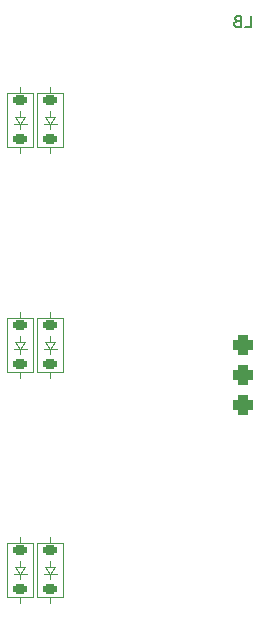
<source format=gbo>
G04 #@! TF.GenerationSoftware,KiCad,Pcbnew,7.0.5*
G04 #@! TF.CreationDate,2023-08-10T21:35:31+08:00*
G04 #@! TF.ProjectId,LB,4c422e6b-6963-4616-945f-706362585858,rev?*
G04 #@! TF.SameCoordinates,Original*
G04 #@! TF.FileFunction,Legend,Bot*
G04 #@! TF.FilePolarity,Positive*
%FSLAX46Y46*%
G04 Gerber Fmt 4.6, Leading zero omitted, Abs format (unit mm)*
G04 Created by KiCad (PCBNEW 7.0.5) date 2023-08-10 21:35:31*
%MOMM*%
%LPD*%
G01*
G04 APERTURE LIST*
G04 Aperture macros list*
%AMRoundRect*
0 Rectangle with rounded corners*
0 $1 Rounding radius*
0 $2 $3 $4 $5 $6 $7 $8 $9 X,Y pos of 4 corners*
0 Add a 4 corners polygon primitive as box body*
4,1,4,$2,$3,$4,$5,$6,$7,$8,$9,$2,$3,0*
0 Add four circle primitives for the rounded corners*
1,1,$1+$1,$2,$3*
1,1,$1+$1,$4,$5*
1,1,$1+$1,$6,$7*
1,1,$1+$1,$8,$9*
0 Add four rect primitives between the rounded corners*
20,1,$1+$1,$2,$3,$4,$5,0*
20,1,$1+$1,$4,$5,$6,$7,0*
20,1,$1+$1,$6,$7,$8,$9,0*
20,1,$1+$1,$8,$9,$2,$3,0*%
%AMHorizOval*
0 Thick line with rounded ends*
0 $1 width*
0 $2 $3 position (X,Y) of the first rounded end (center of the circle)*
0 $4 $5 position (X,Y) of the second rounded end (center of the circle)*
0 Add line between two ends*
20,1,$1,$2,$3,$4,$5,0*
0 Add two circle primitives to create the rounded ends*
1,1,$1,$2,$3*
1,1,$1,$4,$5*%
%AMOutline4P*
0 Free polygon, 4 corners , with rotation*
0 The origin of the aperture is its center*
0 number of corners: always 4*
0 $1 to $8 corner X, Y*
0 $9 Rotation angle, in degrees counterclockwise*
0 create outline with 4 corners*
4,1,4,$1,$2,$3,$4,$5,$6,$7,$8,$1,$2,$9*%
G04 Aperture macros list end*
%ADD10C,0.150000*%
%ADD11C,0.120000*%
%ADD12C,0.100000*%
%ADD13O,2.200000X1.900000*%
%ADD14C,5.100000*%
%ADD15HorizOval,2.400000X-0.305164X0.457575X0.305164X-0.457575X0*%
%ADD16C,2.400000*%
%ADD17Outline4P,-1.150000X-1.200000X1.150000X-1.200000X1.150000X1.200000X-1.150000X1.200000X0.000000*%
%ADD18Outline4P,-1.200000X-1.200000X1.200000X-1.200000X1.200000X1.200000X-1.200000X1.200000X0.000000*%
%ADD19C,3.500000*%
%ADD20C,1.700000*%
%ADD21O,1.700000X1.700000*%
%ADD22RoundRect,0.425000X-0.425000X-0.425000X0.425000X-0.425000X0.425000X0.425000X-0.425000X0.425000X0*%
%ADD23R,1.600000X1.600000*%
%ADD24RoundRect,0.225000X0.375000X-0.225000X0.375000X0.225000X-0.375000X0.225000X-0.375000X-0.225000X0*%
%ADD25O,1.600000X1.600000*%
G04 APERTURE END LIST*
D10*
X150370476Y-46594819D02*
X150846666Y-46594819D01*
X150846666Y-46594819D02*
X150846666Y-45594819D01*
X149703809Y-46071009D02*
X149560952Y-46118628D01*
X149560952Y-46118628D02*
X149513333Y-46166247D01*
X149513333Y-46166247D02*
X149465714Y-46261485D01*
X149465714Y-46261485D02*
X149465714Y-46404342D01*
X149465714Y-46404342D02*
X149513333Y-46499580D01*
X149513333Y-46499580D02*
X149560952Y-46547200D01*
X149560952Y-46547200D02*
X149656190Y-46594819D01*
X149656190Y-46594819D02*
X150037142Y-46594819D01*
X150037142Y-46594819D02*
X150037142Y-45594819D01*
X150037142Y-45594819D02*
X149703809Y-45594819D01*
X149703809Y-45594819D02*
X149608571Y-45642438D01*
X149608571Y-45642438D02*
X149560952Y-45690057D01*
X149560952Y-45690057D02*
X149513333Y-45785295D01*
X149513333Y-45785295D02*
X149513333Y-45880533D01*
X149513333Y-45880533D02*
X149560952Y-45975771D01*
X149560952Y-45975771D02*
X149608571Y-46023390D01*
X149608571Y-46023390D02*
X149703809Y-46071009D01*
X149703809Y-46071009D02*
X150037142Y-46071009D01*
D11*
X131315000Y-76240000D02*
X131315000Y-75780000D01*
X130195000Y-75780000D02*
X130195000Y-71180000D01*
X132435000Y-75780000D02*
X130195000Y-75780000D01*
D12*
X131315000Y-74205600D02*
X131315000Y-73805600D01*
X131315000Y-73805600D02*
X130765000Y-73805600D01*
X131315000Y-73805600D02*
X131865000Y-73805600D01*
X131315000Y-73805600D02*
X131715000Y-73205600D01*
X130915000Y-73205600D02*
X131315000Y-73805600D01*
X131315000Y-73205600D02*
X131315000Y-72705600D01*
X131715000Y-73205600D02*
X130915000Y-73205600D01*
D11*
X130195000Y-71180000D02*
X132435000Y-71180000D01*
X132435000Y-71180000D02*
X132435000Y-75780000D01*
X131315000Y-70700000D02*
X131315000Y-71180000D01*
X133855000Y-95290000D02*
X133855000Y-94830000D01*
X132735000Y-94830000D02*
X132735000Y-90230000D01*
X134975000Y-94830000D02*
X132735000Y-94830000D01*
D12*
X133855000Y-93255600D02*
X133855000Y-92855600D01*
X133855000Y-92855600D02*
X133305000Y-92855600D01*
X133855000Y-92855600D02*
X134405000Y-92855600D01*
X133855000Y-92855600D02*
X134255000Y-92255600D01*
X133455000Y-92255600D02*
X133855000Y-92855600D01*
X133855000Y-92255600D02*
X133855000Y-91755600D01*
X134255000Y-92255600D02*
X133455000Y-92255600D01*
D11*
X132735000Y-90230000D02*
X134975000Y-90230000D01*
X134975000Y-90230000D02*
X134975000Y-94830000D01*
X133855000Y-89750000D02*
X133855000Y-90230000D01*
X131315000Y-95290000D02*
X131315000Y-94830000D01*
X130195000Y-94830000D02*
X130195000Y-90230000D01*
X132435000Y-94830000D02*
X130195000Y-94830000D01*
D12*
X131315000Y-93255600D02*
X131315000Y-92855600D01*
X131315000Y-92855600D02*
X130765000Y-92855600D01*
X131315000Y-92855600D02*
X131865000Y-92855600D01*
X131315000Y-92855600D02*
X131715000Y-92255600D01*
X130915000Y-92255600D02*
X131315000Y-92855600D01*
X131315000Y-92255600D02*
X131315000Y-91755600D01*
X131715000Y-92255600D02*
X130915000Y-92255600D01*
D11*
X130195000Y-90230000D02*
X132435000Y-90230000D01*
X132435000Y-90230000D02*
X132435000Y-94830000D01*
X131315000Y-89750000D02*
X131315000Y-90230000D01*
X131315000Y-57190000D02*
X131315000Y-56730000D01*
X130195000Y-56730000D02*
X130195000Y-52130000D01*
X132435000Y-56730000D02*
X130195000Y-56730000D01*
D12*
X131315000Y-55155600D02*
X131315000Y-54755600D01*
X131315000Y-54755600D02*
X130765000Y-54755600D01*
X131315000Y-54755600D02*
X131865000Y-54755600D01*
X131315000Y-54755600D02*
X131715000Y-54155600D01*
X130915000Y-54155600D02*
X131315000Y-54755600D01*
X131315000Y-54155600D02*
X131315000Y-53655600D01*
X131715000Y-54155600D02*
X130915000Y-54155600D01*
D11*
X130195000Y-52130000D02*
X132435000Y-52130000D01*
X132435000Y-52130000D02*
X132435000Y-56730000D01*
X131315000Y-51650000D02*
X131315000Y-52130000D01*
X133855000Y-76240000D02*
X133855000Y-75780000D01*
X132735000Y-75780000D02*
X132735000Y-71180000D01*
X134975000Y-75780000D02*
X132735000Y-75780000D01*
D12*
X133855000Y-74205600D02*
X133855000Y-73805600D01*
X133855000Y-73805600D02*
X133305000Y-73805600D01*
X133855000Y-73805600D02*
X134405000Y-73805600D01*
X133855000Y-73805600D02*
X134255000Y-73205600D01*
X133455000Y-73205600D02*
X133855000Y-73805600D01*
X133855000Y-73205600D02*
X133855000Y-72705600D01*
X134255000Y-73205600D02*
X133455000Y-73205600D01*
D11*
X132735000Y-71180000D02*
X134975000Y-71180000D01*
X134975000Y-71180000D02*
X134975000Y-75780000D01*
X133855000Y-70700000D02*
X133855000Y-71180000D01*
X133855000Y-57190000D02*
X133855000Y-56730000D01*
X132735000Y-56730000D02*
X132735000Y-52130000D01*
X134975000Y-56730000D02*
X132735000Y-56730000D01*
D12*
X133855000Y-55155600D02*
X133855000Y-54755600D01*
X133855000Y-54755600D02*
X133305000Y-54755600D01*
X133855000Y-54755600D02*
X134405000Y-54755600D01*
X133855000Y-54755600D02*
X134255000Y-54155600D01*
X133455000Y-54155600D02*
X133855000Y-54755600D01*
X133855000Y-54155600D02*
X133855000Y-53655600D01*
X134255000Y-54155600D02*
X133455000Y-54155600D01*
D11*
X132735000Y-52130000D02*
X134975000Y-52130000D01*
X134975000Y-52130000D02*
X134975000Y-56730000D01*
X133855000Y-51650000D02*
X133855000Y-52130000D01*
%LPC*%
D13*
X136810000Y-54430000D03*
D14*
X142110000Y-54430000D03*
D13*
X147410000Y-54430000D03*
D15*
X137410000Y-58680000D03*
D16*
X138300000Y-51890000D03*
X142110000Y-60330000D03*
D17*
X143410000Y-60330000D03*
D16*
X144650000Y-49330000D03*
X144710000Y-60330000D03*
D18*
X145880000Y-49330000D03*
D16*
X147110000Y-49330000D03*
D13*
X117760000Y-54430000D03*
D14*
X123060000Y-54430000D03*
D13*
X128360000Y-54430000D03*
D15*
X118360000Y-58680000D03*
D16*
X119250000Y-51890000D03*
X123060000Y-60330000D03*
D17*
X124360000Y-60330000D03*
D16*
X125600000Y-49330000D03*
X125660000Y-60330000D03*
D18*
X126830000Y-49330000D03*
D16*
X128060000Y-49330000D03*
D19*
X132585000Y-83005000D03*
X132585000Y-63955000D03*
D13*
X117760000Y-92530000D03*
D14*
X123060000Y-92530000D03*
D13*
X128360000Y-92530000D03*
D15*
X118360000Y-96780000D03*
D16*
X119250000Y-89990000D03*
X123060000Y-98430000D03*
D17*
X124360000Y-98430000D03*
D16*
X125600000Y-87430000D03*
X125660000Y-98430000D03*
D18*
X126830000Y-87430000D03*
D16*
X128060000Y-87430000D03*
D13*
X136810000Y-73480000D03*
D14*
X142110000Y-73480000D03*
D13*
X147410000Y-73480000D03*
D15*
X137410000Y-77730000D03*
D16*
X138300000Y-70940000D03*
X142110000Y-79380000D03*
D17*
X143410000Y-79380000D03*
D16*
X144650000Y-68380000D03*
X144710000Y-79380000D03*
D18*
X145880000Y-68380000D03*
D16*
X147110000Y-68380000D03*
D13*
X136810000Y-92530000D03*
D14*
X142110000Y-92530000D03*
D13*
X147410000Y-92530000D03*
D15*
X137410000Y-96780000D03*
D16*
X138300000Y-89990000D03*
X142110000Y-98430000D03*
D17*
X143410000Y-98430000D03*
D16*
X144650000Y-87430000D03*
X144710000Y-98430000D03*
D18*
X145880000Y-87430000D03*
D16*
X147110000Y-87430000D03*
D13*
X117760000Y-73480000D03*
D14*
X123060000Y-73480000D03*
D13*
X128360000Y-73480000D03*
D15*
X118360000Y-77730000D03*
D16*
X119250000Y-70940000D03*
X123060000Y-79380000D03*
D17*
X124360000Y-79380000D03*
D16*
X125600000Y-68380000D03*
X125660000Y-79380000D03*
D18*
X126830000Y-68380000D03*
D16*
X128060000Y-68380000D03*
D20*
X150230000Y-68400000D03*
D21*
X150230000Y-70940000D03*
D22*
X150230000Y-73480000D03*
X150230000Y-76020000D03*
X150230000Y-78560000D03*
D23*
X131315000Y-77280000D03*
D24*
X131315000Y-75130000D03*
X131315000Y-71830000D03*
D25*
X131315000Y-69680000D03*
D23*
X133855000Y-96330000D03*
D24*
X133855000Y-94180000D03*
X133855000Y-90880000D03*
D25*
X133855000Y-88730000D03*
D23*
X131315000Y-96330000D03*
D24*
X131315000Y-94180000D03*
X131315000Y-90880000D03*
D25*
X131315000Y-88730000D03*
D23*
X131315000Y-58230000D03*
D24*
X131315000Y-56080000D03*
X131315000Y-52780000D03*
D25*
X131315000Y-50630000D03*
D23*
X133855000Y-77280000D03*
D24*
X133855000Y-75130000D03*
X133855000Y-71830000D03*
D25*
X133855000Y-69680000D03*
D23*
X133855000Y-58230000D03*
D24*
X133855000Y-56080000D03*
X133855000Y-52780000D03*
D25*
X133855000Y-50630000D03*
%LPD*%
M02*

</source>
